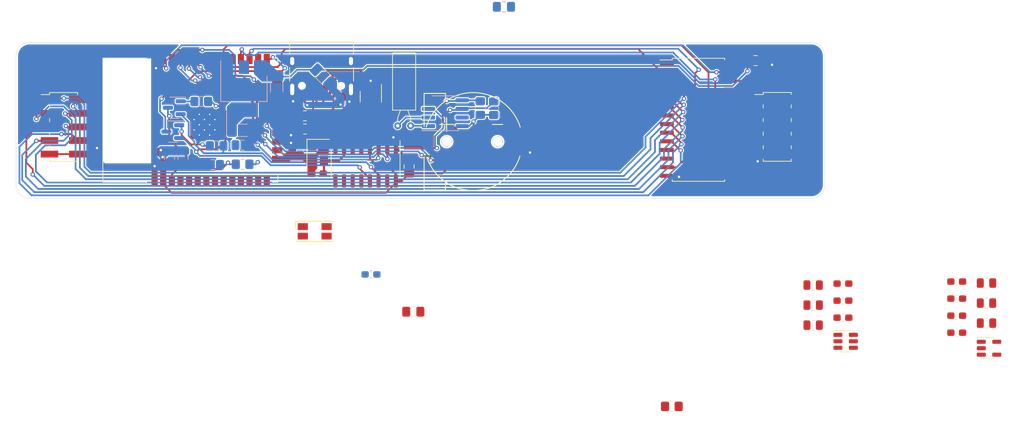
<source format=kicad_pcb>
(kicad_pcb (version 20221018) (generator pcbnew)
  (layers (0 "F.Cu" signal) (31 "B.Cu" signal) (34 "B.Paste" user) (35 "F.Paste" user) (36 "B.SilkS" user "B.Silkscreen") (37 "F.SilkS" user "F.Silkscreen") (38 "B.Mask" user) (39 "F.Mask" user) (44 "Edge.Cuts" user))
  (net 0 "")
  (net 1 "+3V3")
  (net 2 "GND")
  (net 3 "Net-(U2-XI)")
  (net 4 "Net-(U2-XO)")
  (net 5 "/EN")
  (net 6 "+5V")
  (net 7 "VBUS")
  (net 8 "/A")
  (net 9 "/B")
  (net 10 "/C")
  (net 11 "/D")
  (net 12 "/E")
  (net 13 "/F")
  (net 14 "/G")
  (net 15 "/Dot")
  (net 16 "/Seg_1")
  (net 17 "/Seg_2")
  (net 18 "/Seg_3")
  (net 19 "/Seg_4")
  (net 20 "/Seg_5")
  (net 21 "/Seg_6")
  (net 23 "Net-(J3-SBU1)")
  (net 25 "Net-(J3-SBU2)")
  (net 26 "Net-(Q1-G)")
  (net 27 "/RTS")
  (net 28 "Net-(Q2-G)")
  (net 29 "/DTR")
  (net 30 "/GPIO_0")
  (net 31 "/GPIO_3_RX")
  (net 32 "/GPIO_1_TX")
  (net 46 "/VSPI_CS")
  (net 47 "/VSPI_CLK")
  (net 48 "/VSPI_MISO")
  (net 50 "/VSPI_MOSI")
  (net 58 "/BLANK")
  (net 59 "/LOAD")
  (net 64 "/USB_+")
  (net 65 "/USB_-")
  (net 66 "/usb_-")
  (net 67 "/usb_+")
  (net 69 "/I2C_SCL")
  (net 70 "/I2C_SDA")
  (net 71 "Net-(U6-X1)")
  (net 72 "Net-(U6-X2)")
  (net 73 "+3V0")
  (net 75 "/LED_R")
  (net 76 "/LED_G")
  (net 77 "/LED_B")
  (net 78 "/V_SEGMENT")
  (net 79 "/V_FILLAMENT")
  (net 80 "Net-(U7-FB)")
  (net 81 "Net-(U8-FB)")
  (net 82 "/DAC_1")
  (net 83 "/DAC_2")
  (net 84 "/EN_2")
  (net 85 "/EN_1")
  (net 86 "Net-(D2-A)")
  (net 88 "Net-(U8-SW)")
  (net 89 "Net-(D1-A)")
  (footprint "Resistor_SMD:R_0805_2012Metric" (layer "F.Cu") (at 204.5215 119.577)
    (fp_text reference "R12" hide)
    (fp_text value "R")
  )
  (footprint "Resistor_SMD:R_0805_2012Metric" (layer "F.Cu") (at 230.0243 116.3284)
    (fp_text reference "R14" hide)
    (fp_text value "R")
  )
  (footprint "Crystal:Crystal_C38-LF_D3.0mm_L8.0mm_Horizontal" (layer "F.Cu") (at 145.2982 93.1594 180)
    (fp_text reference "Y2" hide)
    (fp_text value "Crystal")
  )
  (footprint "Package_TO_SOT_SMD:SOT-23-6" (layer "F.Cu") (at 139.446 88.8701 -90)
    (fp_text reference "U1" hide)
    (fp_text value "USBLC6-2SC6")
  )
  (footprint "Connector_PinHeader_2.00mm:PinHeader_2x05_P2.00mm_Vertical_SMD" (layer "F.Cu") (at 199.2376 93.3196)
    (fp_text reference "J2" hide)
    (fp_text value "Conn_02x05_Top_Bottom")
  )
  (footprint "Capacitor_SMD:C_0603_1608Metric_Pad1.08x0.95mm_HandSolder" (layer "F.Cu") (at 225.6443 121.1284)
    (fp_text reference "C18" hide)
    (fp_text value "22uf")
  )
  (footprint "Resistor_SMD:R_0805_2012Metric" (layer "F.Cu") (at 204.5215 116.627)
    (fp_text reference "R11" hide)
    (fp_text value "R")
  )
  (footprint "Connector_USB:USB_C_Receptacle_HRO_TYPE-C-31-M-12" (layer "F.Cu") (at 132.207 84.6791 180)
    (fp_text reference "J3" hide)
    (fp_text value "USB_C_Receptacle_USB2.0")
  )
  (footprint "Capacitor_SMD:C_0805_2012Metric_Pad1.18x1.45mm_HandSolder" (layer "F.Cu") (at 145.6983 120.5484)
    (fp_text reference "C4" hide)
    (fp_text value "10uf")
  )
  (footprint "Capacitor_SMD:C_0603_1608Metric_Pad1.08x0.95mm_HandSolder" (layer "F.Cu") (at 225.6443 123.6384)
    (fp_text reference "C20" hide)
    (fp_text value "1nf")
  )
  (footprint "C70381:BAT-SMD_CR1220-2" (layer "F.Cu") (at 154.5082 95.504)
    (fp_text reference "BT1" hide)
    (fp_text value "Battery_Cell")
  )
  (footprint "Package_TO_SOT_SMD:SOT-23-6" (layer "F.Cu") (at 209.3015 124.907)
    (fp_text reference "U7" hide)
    (fp_text value "MT3608")
  )
  (footprint "Capacitor_SMD:C_0603_1608Metric_Pad1.08x0.95mm_HandSolder" (layer "F.Cu") (at 225.6443 116.1084)
    (fp_text reference "C16" hide)
    (fp_text value "22uf")
  )
  (footprint "Connector_PinHeader_2.00mm:PinHeader_2x05_P2.00mm_Vertical_SMD" (layer "F.Cu") (at 94.2572 93.3318)
    (fp_text reference "J1" hide)
    (fp_text value "Conn_02x05_Top_Bottom")
  )
  (footprint "Resistor_SMD:R_0805_2012Metric_Pad1.20x1.40mm_HandSolder" (layer "F.Cu") (at 129.7686 93.6498)
    (fp_text reference "R1" hide)
    (fp_text value "5k1")
  )
  (footprint "Package_TO_SOT_SMD:SOT-23-5" (layer "F.Cu") (at 230.3943 125.9284)
    (fp_text reference "U8" hide)
    (fp_text value "TLV62568DBV")
  )
  (footprint "Package_SO:SOIC-16_3.9x9.9mm_P1.27mm" (layer "F.Cu") (at 138.684 98.806 -90)
    (fp_text reference "U2" hide)
    (fp_text value "CH340G")
  )
  (footprint "Package_SO:SOIC-28W_7.5x17.9mm_P1.27mm" (layer "F.Cu") (at 187.6534 92.2782)
    (fp_text reference "U5" hide)
    (fp_text value "MAX6921")
  )
  (footprint "Capacitor_SMD:C_0603_1608Metric_Pad1.08x0.95mm_HandSolder" (layer "F.Cu") (at 225.6443 118.6184)
    (fp_text reference "C17" hide)
    (fp_text value "22uf")
  )
  (footprint "Capacitor_SMD:C_0805_2012Metric_Pad1.18x1.45mm_HandSolder" (layer "F.Cu") (at 145.0848 99.1616 90)
    (fp_text reference "C1" hide)
    (fp_text value "0.1uf")
  )
  (footprint "Resistor_SMD:R_0805_2012Metric" (layer "F.Cu") (at 230.0243 119.2784)
    (fp_text reference "R15" hide)
    (fp_text value "R")
  )
  (footprint "Resistor_SMD:R_0805_2012Metric" (layer "F.Cu") (at 204.5215 122.527)
    (fp_text reference "R13" hide)
    (fp_text value "R")
  )
  (footprint "Resistor_SMD:R_0805_2012Metric" (layer "F.Cu") (at 230.0243 122.2284)
    (fp_text reference "R16" hide)
    (fp_text value "R")
  )
  (footprint "Capacitor_SMD:C_0805_2012Metric_Pad1.18x1.45mm_HandSolder" (layer "F.Cu") (at 196.0411 83.566)
    (fp_text reference "C13" hide)
    (fp_text value "0.1uf")
  )
  (footprint "Capacitor_SMD:C_0603_1608Metric_Pad1.08x0.95mm_HandSolder" (layer "F.Cu") (at 208.9015 121.427)
    (fp_text reference "C19" hide)
    (fp_text value "1nf")
  )
  (footprint "Capacitor_SMD:C_0603_1608Metric_Pad1.08x0.95mm_HandSolder" (layer "F.Cu") (at 208.9015 116.407)
    (fp_text reference "C14" hide)
    (fp_text value "22uf")
  )
  (footprint "Crystal:Crystal_SMD_3225-4Pin_3.2x2.5mm" (layer "F.Cu") (at 131.699 97.155 -90)
    (fp_text reference "Y1" hide)
    (fp_text value "12mhz")
  )
  (footprint "RF_Module:ESP32-WROOM-32" (layer "F.Cu") (at 115.885 92.3281 90)
    (fp_text reference "U3" hide)
    (fp_text value "ESP32-WROOM-32")
  )
  (footprint "LED_SMD:LED_RGB_1210" (layer "F.Cu") (at 131.1902 108.712)
    (fp_text reference "D1" hide)
    (fp_text value "LED_RGBA")
  )
  (footprint "Capacitor_SMD:C_0603_1608Metric_Pad1.08x0.95mm_HandSolder" (layer "F.Cu") (at 129.032 96.774 -90)
    (fp_text reference "C3" hide)
    (fp_text value "32pf")
  )
  (footprint "Resistor_SMD:R_0805_2012Metric_Pad1.20x1.40mm_HandSolder" (layer "F.Cu") (at 183.7342 134.493)
    (fp_text reference "R8" hide)
    (fp_text value "220")
  )
  (footprint "Capacitor_SMD:C_0603_1608Metric_Pad1.08x0.95mm_HandSolder" (layer "F.Cu") (at 208.9015 118.917)
    (fp_text reference "C15" hide)
    (fp_text value "22uf")
  )
  (footprint "Capacitor_SMD:C_0603_1608Metric_Pad1.08x0.95mm_HandSolder" (layer "F.Cu") (at 131.572 100.203)
    (fp_text reference "C2" hide)
    (fp_text value "32pf")
  )
  (footprint "Resistor_SMD:R_0805_2012Metric_Pad1.20x1.40mm_HandSolder" (layer "F.Cu") (at 129.7432 91.694)
    (fp_text reference "R2" hide)
    (fp_text value "5k1")
  )
  (footprint "Package_TO_SOT_SMD:SOT-23" (layer "B.Cu") (at 110.5408 90.5002 180)
    (fp_text reference "Q1" hide)
    (fp_text value "SI2308DS")
  )
  (footprint "Package_SO:SOIC-8_3.9x4.9mm_P1.27mm" (layer "B.Cu") (at 150.4046 91.313)
    (fp_text reference "U6" hide)
    (fp_text value "DS1307Z+")
  )
  (footprint "Capacitor_SMD:C_1206_3216Metric_Pad1.33x1.80mm_HandSolder" (layer "B.Cu") (at 125.603 87.4776 -90)
    (fp_text reference "C10" hide)
    (fp_text value "22uf")
  )
  (footprint "Capacitor_SMD:C_0805_2012Metric_Pad1.18x1.45mm_HandSolder" (layer "B.Cu") (at 159.0294 75.6412 180)
    (fp_text reference "C11" hide)
    (fp_text value "0.1uf")
  )
  (footprint "Resistor_SMD:R_0805_2012Metric_Pad1.20x1.40mm_HandSolder" (layer "B.Cu") (at 157.5308 90.5764 -90)
    (fp_text reference "R6" hide)
    (fp_text value "4k7")
  )
  (footprint "Package_TO_SOT_SMD:SOT-23" (layer "B.Cu") (at 110.3145 94.0206 180)
    (fp_text reference "Q2" hide)
    (fp_text value "SI2308DS")
  )
  (footprint "Resistor_SMD:R_0805_2012Metric_Pad1.20x1.40mm_HandSolder" (layer "B.Cu") (at 114.5032 89.5858 180)
    (fp_text reference "R3" hide)
    (fp_text value "220")
  )
  (footprint "Resistor_SMD:R_0805_2012Metric_Pad1.20x1.40mm_HandSolder" (layer "B.Cu") (at 116.7638 96.1136 180)
    (fp_text reference "R4" hide)
    (fp_text value "220")
  )
  (footprint "Package_TO_SOT_SMD:SOT-223-3_TabPin2" (layer "B.Cu") (at 120.777 87.6808 -90)
    (fp_text reference "U4" hide)
    (fp_text value "AP1117-33")
  )
  (footprint "Capacitor_SMD:C_0603_1608Metric_Pad1.08x0.95mm_HandSolder" (layer "B.Cu") (at 139.4725 115.062 180)
    (fp_text reference "C5" hide)
    (fp_text value "0.1uf")
  )
  (footprint "Capacitor_SMD:C_0805_2012Metric_Pad1.18x1.45mm_HandSolder" (layer "B.Cu") (at 116.205 98.9076)
    (fp_text reference "C6" hide)
    (fp_text value "1uf")
  )
  (footprint "Capacitor_SMD:C_0805_2012Metric_Pad1.18x1.45mm_HandSolder" (layer "B.Cu") (at 109.8296 97.8662 -90)
    (fp_text reference "C8" hide)
    (fp_text value "10uf")
  )
  (footprint "Capacitor_SMD:C_0805_2012Metric_Pad1.18x1.45mm_HandSolder" (layer "B.Cu") (at 111.8362 97.8408 -90)
    (fp_text reference "C9" hide)
    (fp_text value "10uf")
  )
  (footprint "Resistor_SMD:R_0805_2012Metric_Pad1.20x1.40mm_HandSolder" (layer "B.Cu") (at 120.5832 98.8314)
    (fp_text reference "R5" hide)
    (fp_text value "10k")
  )
  (footprint "Capacitor_SMD:C_0805_2012Metric_Pad1.18x1.45mm_HandSolder" (layer "B.Cu") (at 120.5738 96.012)
    (fp_text reference "C7" hide)
    (fp_text value "0.1uf")
  )
  (footprint "Resistor_SMD:R_0805_2012Metric_Pad1.20x1.40mm_HandSolder" (layer "B.Cu") (at 155.5496 90.551 -90)
    (fp_text reference "R7" hide)
    (fp_text value "4k7")
  )
  (footprint "Capacitor_SMD:C_1206_3216Metric_Pad1.33x1.80mm_HandSolder" (layer "B.Cu") (at 120.5992 93.8276)
    (fp_text reference "C12" hide)
    (fp_text value "22uf")
  )
  (footprint "Fuse:Fuse_1206_3216Metric" (layer "B.Cu") (at 132.4356 85.9028 135)
    (fp_text reference "F1" hide)
    (fp_text value "1A")
  )
  (gr_line (start 89.249 80.8863) (end 204.248 80.8863) (stroke (width 0.05)) (layer "Edge.Cuts"))
  (gr_line (start 204.248 103.8352) (end 89.249 103.8352) (stroke (width 0.05)) (layer "Edge.Cuts"))
  (gr_arc (start 204.248 80.8863) (mid 205.662214 81.472086) (end 206.248 82.8863) (stroke (width 0.05)) (layer "Edge.Cuts"))
  (gr_arc (start 89.249 103.8352) (mid 87.834786 103.249414) (end 87.249 101.8352) (stroke (width 0.05)) (layer "Edge.Cuts"))
  (gr_line (start 206.248 82.8863) (end 206.248 101.8352) (stroke (width 0.05)) (layer "Edge.Cuts"))
  (gr_arc (start 206.248 101.8352) (mid 205.662214 103.249414) (end 204.248 103.8352) (stroke (width 0.05)) (layer "Edge.Cuts"))
  (gr_line (start 87.249 101.8352) (end 87.249 82.8863) (stroke (width 0.05)) (layer "Edge.Cuts"))
  (gr_arc (start 87.249 82.8863) (mid 87.834786 81.472086) (end 89.249 80.8863) (stroke (width 0.05)) (layer "Edge.Cuts"))
  (segment (start 141.654099 103.0478) (end 110.1647 103.0478) (width 0.25) (layer "F.Cu") (net 1))
  (segment (start 143.129 101.281) (end 144.0029 101.281) (width 0.25) (layer "F.Cu") (net 1))
  (segment (start 108.905 101.7881) (end 108.905 101.3281) (width 0.25) (layer "F.Cu") (net 1))
  (segment (start 142.113 99.2886) (end 140.6144 99.2886) (width 0.25) (layer "F.Cu") (net 1))
  (segment (start 144.0029 101.281) (end 145.0848 100.1991) (width 0.25) (layer "F.Cu") (net 1))
  (segment (start 154.559 95.6056) (end 154.559 92.5322) (width 0.25) (layer "F.Cu") (net 1))
  (segment (start 140.6144 99.2886) (end 139.319 97.9932) (width 0.25) (layer "F.Cu") (net 1))
  (segment (start 145.0848 100.1991) (end 149.9655 100.1991) (width 0.25) (layer "F.Cu") (net 1))
  (segment (start 143.129 101.281) (end 143.129 101.572899) (width 0.25) (layer "F.Cu") (net 1))
  (segment (start 143.129 100.3046) (end 142.113 99.2886) (width 0.25) (layer "F.Cu") (net 1))
  (segment (start 143.129 101.281) (end 143.129 100.3046) (width 0.25) (layer "F.Cu") (net 1))
  (segment (start 110.1647 103.0478) (end 108.905 101.7881) (width 0.25) (layer "F.Cu") (net 1))
  (segment (start 149.9655 100.1991) (end 154.559 95.6056) (width 0.25) (layer "F.Cu") (net 1))
  (segment (start 139.319 97.9932) (end 139.319 96.331) (width 0.25) (layer "F.Cu") (net 1))
  (segment (start 143.129 101.572899) (end 141.654099 103.0478) (width 0.25) (layer "F.Cu") (net 1))
  (via (at 108.8136 97.7646) (size 0.65) (drill 0.35) (layers "F.Cu" "B.Cu") (net 1))
  (via (at 122.809 98.5266) (size 0.65) (drill 0.35) (layers "F.Cu" "B.Cu") (net 1))
  (via (at 154.559 92.5322) (size 0.65) (drill 0.35) (layers "F.Cu" "B.Cu") (net 1))
  (via (at 108.5596 96.7486) (size 0.65) (drill 0.35) (layers "F.Cu" "B.Cu") (net 1))
  (segment (start 155.5496 91.551) (end 157.5054 91.551) (width 0.25) (layer "B.Cu") (net 1))
  (segment (start 154.2081 92.8925) (end 155.5496 91.551) (width 0.25) (layer "B.Cu") (net 1))
  (segment (start 152.8796 93.218) (end 153.8826 93.218) (width 0.25) (layer "B.Cu") (net 1))
  (segment (start 122.5042 98.8314) (end 122.809 98.5266) (width 0.25) (layer "B.Cu") (net 1))
  (segment (start 119.0752 93.8661) (end 119.0367 93.8276) (width 0.25) (layer "B.Cu") (net 1))
  (segment (start 121.5832 98.8314) (end 122.5042 98.8314) (width 0.25) (layer "B.Cu") (net 1))
  (segment (start 157.5054 91.551) (end 157.5308 91.5764) (width 0.25) (layer "B.Cu") (net 1))
  (segment (start 153.8826 93.218) (end 154.2081 92.8925) (width 0.25) (layer "B.Cu") (net 1))
  (segment (start 197.866 83.566) (end 198.4756 84.1756) (width 0.25) (layer "F.Cu") (net 2))
  (segment (start 92.1722 97.3318) (end 96.3422 97.3318) (width 0.25) (layer "F.Cu") (net 2))
  (segment (start 130.849 100.0635) (end 130.7095 100.203) (width 0.25) (layer "F.Cu") (net 2))
  (segment (start 128.957 88.7241) (end 128.8478 88.7241) (width 0.25) (layer "F.Cu") (net 2))
  (segment (start 130.849 98.255) (end 130.849 97.755) (width 0.25) (layer "F.Cu") (net 2))
  (segment (start 197.0786 83.566) (end 197.866 83.566) (width 0.25) (layer "F.Cu") (net 2))
  (segment (start 197.1526 97.3196) (end 197.1526 97.6144) (width 0.25) (layer "F.Cu") (net 2))
  (segment (start 184.6326 100.5332) (end 184.785 100.6856) (width 0.25) (layer "F.Cu") (net 2))
  (segment (start 98.2736 97.3318) (end 99.1616 96.4438) (width 0.25) (layer "F.Cu") (net 2))
  (segment (start 129.032 97.6365) (end 128.9039 97.6365) (width 0.25) (layer "F.Cu") (net 2))
  (segment (start 128.8478 88.7241) (end 128.016 89.5559) (width 0.25) (layer "F.Cu") (net 2))
  (segment (start 96.3422 97.3318) (end 98.2736 97.3318) (width 0.25) (layer "F.Cu") (net 2))
  (segment (start 162.5082 96.7476) (end 162.8648 97.1042) (width 0.25) (layer "F.Cu") (net 2))
  (segment (start 162.5082 95.504) (end 162.5082 96.7476) (width 0.25) (layer "F.Cu") (net 2))
  (segment (start 201.3226 97.3196) (end 197.1526 97.3196) (width 0.25) (layer "F.Cu") (net 2))
  (segment (start 139.446 86.5587) (end 139.4206 86.5333) (width 0.25) (layer "F.Cu") (net 2))
  (segment (start 107.635 83.3281) (end 107.635 84.4702) (width 0.25) (layer "F.Cu") (net 2))
  (segment (start 139.446 87.7326) (end 139.446 86.5587) (width 0.25) (layer "F.Cu") (net 2))
  (segment (start 143.129 96.331) (end 143.129 95.2246) (width 0.25) (layer "F.Cu") (net 2))
  (segment (start 143.129 95.2246) (end 142.7734 94.869) (width 0.25) (layer "F.Cu") (net 2))
  (segment (start 145.0848 98.1241) (end 144.9221 98.1241) (width 0.25) (layer "F.Cu") (net 2))
  (segment (start 135.457 88.7673) (end 136.2964 89.6067) (width 0.25) (layer "F.Cu") (net 2))
  (segment (start 183.0034 100.5332) (end 184.6326 100.5332) (width 0.25) (layer "F.Cu") (net 2))
  (segment (start 144.9221 98.1241) (end 143.129 96.331) (width 0.25) (layer "F.Cu") (net 2))
  (segment (start 107.635 84.4702) (end 107.8484 84.6836) (width 0.25) (layer "F.Cu") (net 2))
  (segment (start 135.457 88.7241) (end 135.457 88.7673) (width 0.25) (layer "F.Cu") (net 2))
  (segment (start 197.1526 97.6144) (end 196.3674 98.3996) (width 0.25) (layer "F.Cu") (net 2))
  (via (at 107.8484 84.6836) (size 0.65) (drill 0.35) (layers "F.Cu" "B.Cu") (net 2))
  (via (at 184.785 100.6856) (size 0.65) (drill 0.35) (layers "F.Cu" "B.Cu") (net 2))
  (via (at 139.4206 86.5333) (size 0.65) (drill 0.35) (layers "F.Cu" "B.Cu") (net 2))
  (via (at 127.7112 94.5388) (size 0.65) (drill 0.35) (layers "F.Cu" "B.Cu") (net 2))
  (via (at 198.4756 84.1756) (size 0.65) (drill 0.35) (layers "F.Cu" "B.Cu") (net 2))
  (via (at 162.8648 97.1042) (size 0.65) (drill 0.35) (layers "F.Cu" "B.Cu") (net 2))
  (via (at 128.016 89.5559) (size 0.65) (drill 0.35) (layers "F.Cu" "B.Cu") (net 2))
  (via (at 136.2964 89.6067) (size 0.65) (drill 0.35) (layers "F.Cu" "B.Cu") (net 2))
  (via (at 99.1616 96.4438) (size 0.65) (drill 0.35) (layers "F.Cu" "B.Cu") (net 2))
  (via (at 107.6452 99.1108) (size 0.65) (drill 0.35) (layers "F.Cu" "B.Cu") (net 2))
  (via (at 142.7734 94.869) (size 0.65) (drill 0.35) (layers "F.Cu" "B.Cu") (net 2))
  (via (at 196.3674 98.3996) (size 0.65) (drill 0.35) (layers "F.Cu" "B.Cu") (net 2))
  (via (at 127.7112 95.6818) (size 0.65) (drill 0.35) (layers "F.Cu" "B.Cu") (net 2))
  (segment (start 122.2502 94.1963) (end 122.6189 93.8276) (width 0.25) (layer "B.Cu") (net 2))
  (segment (start 134.79 98.255) (end 135.509 97.536) (width 0.3) (layer "F.Cu") (net 3))
  (segment (start 132.549 100.0885) (end 132.4345 100.203) (width 0.3) (layer "F.Cu") (net 3))
  (segment (start 132.549 98.255) (end 132.549 100.0885) (width 0.3) (layer "F.Cu") (net 3))
  (segment (start 132.549 98.255) (end 134.79 98.255) (width 0.3) (layer "F.Cu") (net 3))
  (segment (start 135.509 97.536) (end 135.509 96.331) (width 0.3) (layer "F.Cu") (net 3))
  (segment (start 130.849 95.465) (end 131.445 94.869) (width 0.3) (layer "F.Cu") (net 4))
  (segment (start 130.849 96.055) (end 129.1755 96.055) (width 0.3) (layer "F.Cu") (net 4))
  (segment (start 129.1755 96.055) (end 129.032 95.9115) (width 0.3) (layer "F.Cu") (net 4))
  (segment (start 130.605777 95.522142) (end 130.523902 95.522142) (width 0.3) (layer "F.Cu") (net 4))
  (segment (start 131.445 94.869) (end 133.731 94.869) (width 0.3) (layer "F.Cu") (net 4))
  (segment (start 134.239 95.377) (end 134.239 96.331) (width 0.3) (layer "F.Cu") (net 4))
  (segment (start 130.849 96.055) (end 130.849 95.465) (width 0.3) (layer "F.Cu") (net 4))
  (segment (start 133.731 94.869) (end 134.239 95.377) (width 0.3) (layer "F.Cu") (net 4))
  (segment (start 117.475 99.568) (end 110.9726 99.568) (width 0.25) (layer "F.Cu") (net 5))
  (segment (start 109.793657 95.137857) (end 109.793657 91.736277) (width 0.25) (layer "F.Cu") (net 5))
  (segment (start 118.4402 98.6028) (end 117.475 99.568) (width 0.25) (layer "F.Cu") (net 5))
  (segment (start 117.475 99.568) (end 114.2238 99.568) (width 0.25) (layer "F.Cu") (net 5))
  (segment (start 110.175 100.3656) (end 110.175 101.3281) (width 0.25) (layer "F.Cu") (net 5))
  (segment (start 114.2238 99.568) (end 109.793657 95.137857) (width 0.25) (layer "F.Cu") (net 5))
  (segment (start 110.9726 99.568) (end 110.175 100.3656) (width 0.25) (layer "F.Cu") (net 5))
  (via (at 109.793657 91.736277) (size 0.65) (drill 0.35) (layers "F.Cu" "B.Cu") (net 5))
  (via (at 118.4402 98.6028) (size 0.65) (drill 0.35) (layers "F.Cu" "B.Cu") (net 5))
  (segment (start 118.1354 98.9076) (end 117.2425 98.9076) (width 0.25) (layer "B.Cu") (net 5))
  (segment (start 118.4402 98.6028) (end 118.6688 98.8314) (width 0.25) (layer "B.Cu") (net 5))
  (segment (start 109.6033 91.54592) (end 109.6033 90.5002) (width 0.25) (layer "B.Cu") (net 5))
  (segment (start 109.793657 91.736277) (end 109.6033 91.54592) (width 0.25) (layer "B.Cu") (net 5))
  (segment (start 118.4402 98.6028) (end 118.1354 98.9076) (width 0.25) (layer "B.Cu") (net 5))
  (segment (start 118.6688 98.8314) (end 119.5832 98.8314) (width 0.25) (layer "B.Cu") (net 5))
  (segment (start 194.8434 85.1154) (end 194.8434 83.7262) (width 0.25) (layer "F.Cu") (net 6))
  (segment (start 192.3034 84.0232) (end 194.5464 84.0232) (width 0.25) (layer "F.Cu") (net 6))
  (segment (start 194.5464 84.0232) (end 195.0036 83.566) (width 0.25) (layer "F.Cu") (net 6))
  (segment (start 194.8434 83.7262) (end 195.0036 83.566) (width 0.25) (layer "F.Cu") (net 6))
  (via (at 194.8434 85.1154) (size 0.65) (drill 0.35) (layers "F.Cu" "B.Cu") (net 6))
  (segment (start 138.902302 84.3534) (end 184.7342 84.3534) (width 0.25) (layer "B.Cu") (net 6))
  (segment (start 187.6806 87.2998) (end 192.659 87.2998) (width 0.25) (layer "B.Cu") (net 6))
  (segment (start 128.599549 84.912851) (end 127.5973 85.9151) (width 0.25) (layer "B.Cu") (net 6))
  (segment (start 127.5973 85.9151) (end 125.603 85.9151) (width 0.25) (layer "B.Cu") (net 6))
  (segment (start 184.7342 84.3534) (end 187.6806 87.2998) (width 0.25) (layer "B.Cu") (net 6))
  (segment (start 192.659 87.2998) (end 194.8434 85.1154) (width 0.25) (layer "B.Cu") (net 6))
  (segment (start 131.445651 84.912851) (end 128.599549 84.912851) (width 0.25) (layer "B.Cu") (net 6))
  (segment (start 138.342851 84.912851) (end 138.902302 84.3534) (width 0.25) (layer "B.Cu") (net 6))
  (segment (start 131.445651 84.912851) (end 138.342851 84.912851) (width 0.25) (layer "B.Cu") (net 6))
  (segment (start 137.9519 88.9209) (end 139.1158 88.9209) (width 0.25) (layer "F.Cu") (net 7))
  (segment (start 129.757 89.7774) (end 130.0988 90.1192) (width 0.25) (layer "F.Cu") (net 7))
  (segment (start 136.398 90.4748) (end 137.9519 88.9209) (width 0.25) (layer "F.Cu") (net 7))
  (segment (start 135.001 90.043) (end 135.4328 90.4748) (width 0.25) (layer "F.Cu") (net 7))
  (segment (start 129.757 88.7241) (end 129.757 89.7774) (width 0.25) (layer "F.Cu") (net 7))
  (segment (start 135.001 90.043) (end 134.657 89.699) (width 0.25) (layer "F.Cu") (net 7))
  (segment (start 139.446 89.2511) (end 139.446 90.0076) (width 0.25) (layer "F.Cu") (net 7))
  (segment (start 134.657 89.699) (end 134.657 88.7241) (width 0.25) (layer "F.Cu") (net 7))
  (segment (start 135.4328 90.4748) (end 136.398 90.4748) (width 0.25) (layer "F.Cu") (net 7))
  (segment (start 139.1158 88.9209) (end 139.446 89.2511) (width 0.25) (layer "F.Cu") (net 7))
  (via (at 135.001 90.043) (size 0.65) (drill 0.35) (layers "F.Cu" "B.Cu") (net 7))
  (via (at 130.0988 90.1192) (size 0.65) (drill 0.35) (layers "F.Cu" "B.Cu") (net 7))
  (segment (start 135.001 90.043) (end 134.9248 90.1192) (width 0.25) (layer "B.Cu") (net 7))
  (segment (start 94.2848 89.1286) (end 92.3754 89.1286) (width 0.25) (layer "F.Cu") (net 8))
  (segment (start 183.345299 86.5632) (end 183.0034 86.5632) (width 0.25) (layer "F.Cu") (net 8))
  (segment (start 185.510689 88.72859) (end 183.345299 86.5632) (width 0.25) (layer "F.Cu") (net 8))
  (segment (start 92.3754 89.1286) (end 92.1722 89.3318) (width 0.25) (layer "F.Cu") (net 8))
  (segment (start 185.510689 89.164911) (end 185.510689 88.72859) (width 0.25) (layer "F.Cu") (net 8))
  (via (at 185.510689 89.164911) (size 0.65) (drill 0.35) (layers "F.Cu" "B.Cu") (net 8))
  (via (at 94.2848 89.1286) (size 0.65) (drill 0.35) (layers "F.Cu" "B.Cu") (net 8))
  (segment (start 179.8574 96.3676) (end 176.149 100.076) (width 0.25) (layer "B.Cu") (net 8))
  (segment (start 185.459889 89.164911) (end 179.8574 94.7674) (width 0.25) (layer "B.Cu") (net 8))
  (segment (start 96.393 89.1286) (end 94.2848 89.1286) (width 0.25) (layer "B.Cu") (net 8))
  (segment (start 176.149 100.076) (end 98.1964 100.076) (width 0.25) (layer "B.Cu") (net 8))
  (segment (start 179.8574 94.7674) (end 179.8574 96.3676) (width 0.25) (layer "B.Cu") (net 8))
  (segment (start 98.1964 100.076) (end 97.3074 99.187) (width 0.25) (layer "B.Cu") (net 8))
  (segment (start 97.3074 99.187) (end 97.3074 90.043) (width 0.25) (layer "B.Cu") (net 8))
  (segment (start 97.3074 90.043) (end 96.393 89.1286) (width 0.25) (layer "B.Cu") (net 8))
  (segment (start 185.510689 89.164911) (end 185.459889 89.164911) (width 0.25) (layer "B.Cu") (net 8))
  (segment (start 184.658 88.9) (end 183.5912 87.8332) (width 0.25) (layer "F.Cu") (net 9))
  (segment (start 95.6564 90.297) (end 95.6564 90.0176) (width 0.25) (layer "F.Cu") (net 9))
  (segment (start 95.6564 90.0176) (end 96.3422 89.3318) (width 0.25) (layer "F.Cu") (net 9))
  (segment (start 183.5912 87.8332) (end 183.0034 87.8332) (width 0.25) (layer "F.Cu") (net 9))
  (segment (start 185.4962 90.0684) (end 185.2676 90.0684) (width 0.25) (layer "F.Cu") (net 9))
  (segment (start 185.2676 90.0684) (end 184.658 89.4588) (width 0.25) (layer "F.Cu") (net 9))
  (segment (start 184.658 89.4588) (end 184.658 88.9) (width 0.25) (layer "F.Cu") (net 9))
  (via (at 95.6564 90.297) (size 0.65) (drill 0.35) (layers "F.Cu" "B.Cu") (net 9))
  (via (at 185.4962 90.0684) (size 0.65) (drill 0.35) (layers "F.Cu" "B.Cu") (net 9))
  (segment (start 96.647 99.3394) (end 96.647 91.2876) (width 0.25) (layer "B.Cu") (net 9))
  (segment (start 180.594 96.6216) (end 176.657 100.5586) (width 0.25) (layer "B.Cu") (net 9))
  (segment (start 185.4962 90.0684) (end 180.594 94.9706) (width 0.25) (layer "B.Cu") (net 9))
  (segment (start 97.8662 100.5586) (end 96.647 99.3394) (width 0.25) (layer "B.Cu") (net 9))
  (segment (start 180.594 94.9706) (end 180.594 96.6216) (width 0.25) (layer "B.Cu") (net 9))
  (segment (start 96.647 91.2876) (end 95.6564 90.297) (width 0.25) (layer "B.Cu") (net 9))
  (segment (start 176.657 100.5586) (end 97.8662 100.5586) (width 0.25) (layer "B.Cu") (net 9))
  (segment (start 183.3626 89.1032) (end 183.0034 89.1032) (width 0.25) (layer "F.Cu") (net 10))
  (segment (start 90.2462 92.1512) (end 90.2462 91.6808) (width 0.25) (layer "F.Cu") (net 10))
  (segment (start 185.3946 91.1352) (end 183.3626 89.1032) (width 0.25) (layer "F.Cu") (net 10))
  (segment (start 90.2462 91.6808) (end 90.5952 91.3318) (width 0.25) (layer "F.Cu") (net 10))
  (segment (start 90.5952 91.3318) (end 92.1722 91.3318) (width 0.25) (layer "F.Cu") (net 10))
  (via (at 185.3946 91.1352) (size 0.65) (drill 0.35) (layers "F.Cu" "B.Cu") (net 10))
  (via (at 90.2462 92.1512) (size 0.65) (drill 0.35) (layers "F.Cu" "B.Cu") (net 10))
  (segment (start 97.536 101.0412) (end 96.012 99.5172) (width 0.25) (layer "B.Cu") (net 10))
  (segment (start 181.2544 95.2754) (end 181.2544 97.028) (width 0.25) (layer "B.Cu") (net 10))
  (segment (start 177.2412 101.0412) (end 97.536 101.0412) (width 0.25) (layer "B.Cu") (net 10))
  (segment (start 96.012 92.053413) (end 94.255587 90.297) (width 0.25) (layer "B.Cu") (net 10))
  (segment (start 185.3946 91.1352) (end 181.2544 95.2754) (width 0.25) (layer "B.Cu") (net 10))
  (segment (start 94.255587 90.297) (end 92.1004 90.297) (width 0.25) (layer "B.Cu") (net 10))
  (segment (start 96.012 99.5172) (end 96.012 92.053413) (width 0.25) (layer "B.Cu") (net 10))
  (segment (start 92.1004 90.297) (end 90.2462 92.1512) (width 0.25) (layer "B.Cu") (net 10))
  (segment (start 181.2544 97.028) (end 177.2412 101.0412) (width 0.25) (layer "B.Cu") (net 10))
  (segment (start 94.488 91.3638) (end 96.3102 91.3638) (width 0.25) (layer "F.Cu") (net 11))
  (segment (start 96.3102 91.3638) (end 96.3422 91.3318) (width 0.25) (layer "F.Cu") (net 11))
  (segment (start 183.345299 90.3732) (end 183.0034 90.3732) (width 0.25) (layer "F.Cu") (net 11))
  (segment (start 185.271649 92.299551) (end 183.345299 90.3732) (width 0.25) (layer "F.Cu") (net 11))
  (via (at 94.488 91.3638) (size 0.65) (drill 0.35) (layers "F.Cu" "B.Cu") (net 11))
  (via (at 185.271649 92.299551) (size 0.65) (drill 0.35) (layers "F.Cu" "B.Cu") (net 11))
  (segment (start 177.6984 101.5238) (end 91.821 101.5238) (width 0.25) (layer "B.Cu") (net 11))
  (segment (start 90.17 97.4344) (end 91.567 96.0374) (width 0.25) (layer "B.Cu") (net 11))
  (segment (start 91.567 96.0374) (end 94.4626 96.0374) (width 0.25) (layer "B.Cu") (net 11))
  (segment (start 90.17 99.8728) (end 90.17 97.4344) (width 0.25) (layer "B.Cu") (net 11))
  (segment (start 95.4532 92.329) (end 94.488 91.3638) (width 0.25) (layer "B.Cu") (net 11))
  (segment (start 91.821 101.5238) (end 90.17 99.8728) (width 0.25) (layer "B.Cu") (net 11))
  (segment (start 185.271649 92.299551) (end 185.271649 92.324951) (width 0.25) (layer "B.Cu") (net 11))
  (segment (start 181.9402 97.282) (end 177.6984 101.5238) (width 0.25) (layer "B.Cu") (net 11))
  (segment (start 181.9402 95.6564) (end 181.9402 97.282) (width 0.25) (layer "B.Cu") (net 11))
  (segment (start 185.271649 92.324951) (end 181.9402 95.6564) (width 0.25) (layer "B.Cu") (net 11))
  (segment (start 94.4626 96.0374) (end 95.4532 95.0468) (width 0.25) (layer "B.Cu") (net 11))
  (segment (start 95.4532 95.0468) (end 95.4532 92.329) (width 0.25) (layer "B.Cu") (net 11))
  (segment (start 183.5404 91.6432) (end 183.0034 91.6432) (width 0.25) (layer "F.Cu") (net 12))
  (segment (start 89.7128 99.5426) (end 88.773 98.6028) (width 0.25) (layer "F.Cu") (net 12))
  (segment (start 185.3184 93.4212) (end 183.5404 91.6432) (width 0.25) (layer "F.Cu") (net 12))
  (segment (start 88.773 94.869) (end 90.3102 93.3318) (width 0.25) (layer "F.Cu") (net 12))
  (segment (start 89.7128 100.33) (end 89.7128 99.5426) (width 0.25) (layer "F.Cu") (net 12))
  (segment (start 88.773 98.6028) (end 88.773 94.869) (width 0.25) (layer "F.Cu") (net 12))
  (segment (start 90.3102 93.3318) (end 92.1722 93.3318) (width 0.25) (layer "F.Cu") (net 12))
  (via (at 185.3184 93.4212) (size 0.65) (drill 0.35) (layers "F.Cu" "B.Cu") (net 12))
  (via (at 89.7128 100.33) (size 0.65) (drill 0.35) (layers "F.Cu" "B.Cu") (net 12))
  (segment (start 178.2826 102.0064) (end 91.3892 102.0064) (width 0.25) (layer "B.Cu") (net 12))
  (segment (start 182.5752 97.7138) (end 178.2826 102.0064) (width 0.25) (layer "B.Cu") (net 12))
  (segment (start 91.3892 102.0064) (end 89.7128 100.33) (width 0.25) (layer "B.Cu") (net 12))
  (segment (start 185.3184 93.4212) (end 185.3184 93.853) (width 0.25) (layer "B.Cu") (net 12))
  (segment (start 185.3184 93.853) (end 182.5752 96.5962) (width 0.25) (layer "B.Cu") (net 12))
  (segment (start 182.5752 96.5962) (end 182.5752 97.7138) (width 0.25) (layer "B.Cu") (net 12))
  (segment (start 94.5896 93.1926) (end 94.7288 93.3318) (width 0.25) (layer "F.Cu") (net 13))
  (segment (start 185.30344 94.70164) (end 183.515 92.9132) (width 0.25) (layer "F.Cu") (net 13))
  (segment (start 183.515 92.9132) (end 183.0034 92.9132) (width 0.25) (layer "F.Cu") (net 13))
  (segment (start 94.7288 93.3318) (end 96.3422 93.3318) (width 0.25) (layer "F.Cu") (net 13))
  (via (at 185.30344 94.70164) (size 0.65) (drill 0.35) (layers "F.Cu" "B.Cu") (net 13))
  (via (at 94.5896 93.1926) (size 0.65) (drill 0.35) (layers "F.Cu" "B.Cu") (net 13))
  (segment (start 94.951 93.554) (end 94.5896 93.1926) (width 0.25) (layer "B.Cu") (net 13))
  (segment (start 90.5002 102.4636) (end 88.6968 100.6602) (width 0.25) (layer "B.Cu") (net 13))
  (segment (start 183.2356 98.1456) (end 178.9176 102.4636) (width 0.25) (layer "B.Cu") (net 13))
  (segment (start 91.3638 95.377) (end 94.234 95.377) (width 0.25) (layer "B.Cu") (net 13))
  (segment (start 88.6968 98.044) (end 91.3638 95.377) (width 0.25) (layer "B.Cu") (net 13))
  (segment (start 88.6968 100.6602) (end 88.6968 98.044) (width 0.25) (layer "B.Cu") (net 13))
  (segment (start 183.2356 96.76948) (end 183.2356 98.1456) (width 0.25) (layer "B.Cu") (net 13))
  (segment (start 178.9176 102.4636) (end 90.5002 102.4636) (width 0.25) (layer "B.Cu") (net 13))
  (segment (start 94.951 94.66) (end 94.951 93.554) (width 0.25) (layer "B.Cu") (net 13))
  (segment (start 185.30344 94.70164) (end 183.2356 96.76948) (width 0.25) (layer "B.Cu") (net 13))
  (segment (start 94.234 95.377) (end 94.951 94.66) (width 0.25) (layer "B.Cu") (net 13))
  (segment (start 185.1406 95.885) (end 185.1406 95.6818) (width 0.25) (layer "F.Cu") (net 14))
  (segment (start 183.642 94.1832) (end 183.0034 94.1832) (width 0.25) (layer "F.Cu") (net 14))
  (segment (start 185.1406 95.6818) (end 183.642 94.1832) (width 0.25) (layer "F.Cu") (net 14))
  (segment (start 92.127 95.377) (end 92.1722 95.3318) (width 0.25) (layer "F.Cu") (net 14))
  (segment (start 90.2462 95.377) (end 92.127 95.377) (width 0.25) (layer "F.Cu") (net 14))
  (via (at 185.1406 95.885) (size 0.65) (drill 0.35) (layers "F.Cu" "B.Cu") (net 14))
  (via (at 90.2462 95.377) (size 0.65) (drill 0.35) (layers "F.Cu" "B.Cu") (net 14))
  (segment (start 185.119013 95.885) (end 183.896 97.108013) (width 0.25) (layer "B.Cu") (net 14))
  (segment (start 185.1406 95.885) (end 185.119013 95.885) (width 0.25) (layer "B.Cu") (net 14))
  (segment (start 88.1634 101.1682) (end 88.1634 97.4598) (width 0.25) (layer "B.Cu") (net 14))
  (segment (start 179.5272 102.9462) (end 89.9414 102.9462) (width 0.25) (layer "B.Cu") (net 14))
  (segment (start 183.896 97.108013) (end 183.896 98.5774) (width 0.25) (layer "B.Cu") (net 14))
  (segment (start 183.896 98.5774) (end 179.5272 102.9462) (width 0.25) (layer "B.Cu") (net 14))
  (segment (start 88.1634 97.4598) (end 90.2462 95.377) (width 0.25) (layer "B.Cu") (net 14))
  (segment (start 89.9414 102.9462) (end 88.1634 101.1682) (width 0.25) (layer "B.Cu") (net 14))
  (segment (start 93.9292 94.3864) (end 95.3968 94.3864) (width 0.25) (layer "F.Cu") (net 15))
  (segment (start 185.0136 96.7994) (end 183.6674 95.4532) (width 0.25) (layer "F.Cu") (net 15))
  (segment (start 185.039 96.7994) (end 185.0136 96.7994) (width 0.25) (layer "F.Cu") (net 15))
  (segment (start 183.6674 95.4532) (end 183.0034 95.4532) (width 0.25) (layer "F.Cu") (net 15))
  (segment (start 95.3968 94.3864) (end 96.3422 95.3318) (width 0.25) (layer "F.Cu") (net 15))
  (via (at 185.039 96.7994) (size 0.65) (drill 0.35) (layers "F.Cu" "B.Cu") (net 15))
  (via (at 93.9292 94.3864) (size 0.65) (drill 0.35) (layers "F.Cu" "B.Cu") (net 15))
  (segment (start 89.6112 94.3864) (end 93.9292 94.3864) (width 0.25) (layer "B.Cu") (net 15))
  (segment (start 89.5418 103.4102) (end 87.757 101.6254) (width 0.25) (layer "B.Cu") (net 15))
  (segment (start 185.039 98.6536) (end 180.2824 103.4102) (width 0.25) (layer "B.Cu") (net 15))
  (segment (start 87.757 96.2406) (end 89.6112 94.3864) (width 0.25) (layer "B.Cu") (net 15))
  (segment (start 87.757 101.6254) (end 87.757 96.2406) (width 0.25) (layer "B.Cu") (net 15))
  (segment (start 180.2824 103.4102) (end 89.5418 103.4102) (width 0.25) (layer "B.Cu") (net 15))
  (segment (start 185.039 96.7994) (end 185.039 98.6536) (width 0.25) (layer "B.Cu") (net 15))
  (segment (start 194.0814 87.8332) (end 195.5678 89.3196) (width 0.25) (layer "F.Cu") (net 16))
  (segment (start 195.5678 89.3196) (end 197.1526 89.3196) (width 0.25) (layer "F.Cu") (net 16))
  (segment (start 192.3034 87.8332) (end 194.0814 87.8332) (width 0.25) (layer "F.Cu") (net 16))
  (segment (start 192.3034 86.5632) (end 194.0052 86.5632) (width 0.25) (layer "F.Cu") (net 17))
  (segment (start 194.0052 86.5632) (end 195.4784 88.0364) (width 0.25) (layer "F.Cu") (net 17))
  (segment (start 200.0394 88.0364) (end 201.3226 89.3196) (width 0.25) (layer "F.Cu") (net 17))
  (segment (start 195.4784 88.0364) (end 200.0394 88.0364) (width 0.25) (layer "F.Cu") (net 17))
  (segment (start 192.541 90.6108) (end 194.1412 90.6108) (width 0.25) (layer "F.Cu") (net 18))
  (segment (start 192.3034 90.3732) (end 192.541 90.6108) (width 0.25) (layer "F.Cu") (net 18))
  (segment (start 194.1412 90.6108) (end 194.85 91.3196) (width 0.25) (layer "F.Cu") (net 18))
  (segment (start 194.85 91.3196) (end 197.1526 91.3196) (width 0.25) (layer "F.Cu") (net 18))
  (segment (start 192.3034 89.1032) (end 194.2338 89.1032) (width 0.25) (layer "F.Cu") (net 19))
  (segment (start 194.2338 89.1032) (end 195.3514 90.2208) (width 0.25) (layer "F.Cu") (net 19))
  (segment (start 200.2238 90.2208) (end 201.3226 91.3196) (width 0.25) (layer "F.Cu") (net 19))
  (segment (start 195.3514 90.2208) (end 200.2238 90.2208) (width 0.25) (layer "F.Cu") (net 19))
  (segment (start 194.2592 92.9132) (end 194.6656 93.3196) (width 0.25) (layer "F.Cu") (net 20))
  (segment (start 194.6656 93.3196) (end 197.1526 93.3196) (width 0.25) (layer "F.Cu") (net 20))
  (segment (start 192.3034 92.9132) (end 194.2592 92.9132) (width 0.25) (layer "F.Cu") (net 20))
  (segment (start 194.183 91.6432) (end 194.8434 92.3036) (width 0.25) (layer "F.Cu") (net 21))
  (segment (start 192.3034 91.6432) (end 194.183 91.6432) (width 0.25) (layer "F.Cu") (net 21))
  (segment (start 194.8434 92.3036) (end 200.3066 92.3036) (width 0.25) (layer "F.Cu") (net 21))
  (segment (start 200.3066 92.3036) (end 201.3226 93.3196) (width 0.25) (layer "F.Cu") (net 21))
  (segment (start 130.957 91.4802) (end 130.957 88.7241) (width 0.25) (layer "F.Cu") (net 23))
  (segment (start 130.7432 91.694) (end 130.957 91.4802) (width 0.25) (layer "F.Cu") (net 23))
  (segment (start 133.957 90.579) (end 133.957 88.7241) (width 0.25) (layer "F.Cu") (net 25))
  (segment (start 130.8862 93.6498) (end 133.957 90.579) (width 0.25) (layer "F.Cu") (net 25))
  (segment (start 130.7686 93.6498) (end 130.8862 93.6498) (width 0.25) (layer "F.Cu") (net 25))
  (segment (start 111.5139 89.5858) (end 113.5032 89.5858) (width 0.25) (layer "B.Cu") (net 26))
  (segment (start 111.4783 89.5502) (end 111.5139 89.5858) (width 0.25) (layer "B.Cu") (net 26))
  (segment (start 139.4714 99.2632) (end 140.589 100.3808) (width 0.25) (layer "F.Cu") (net 27))
  (segment (start 139.4714 99.2378) (end 139.4714 99.2632) (width 0.25) (layer "F.Cu") (net 27))
  (segment (start 140.589 100.3808) (end 140.589 101.281) (width 0.25) (layer "F.Cu") (net 27))
  (via (at 139.4714 99.2378) (size 0.65) (drill 0.35) (layers "F.Cu" "B.Cu") (net 27))
  (segment (start 124.822857 98.5266) (end 123.502057 97.2058) (width 0.25) (layer "B.Cu") (net 27))
  (segment (start 117.5512 97.2058) (end 114.8842 97.2058) (width 0.25) (layer "B.Cu") (net 27))
  (segment (start 114.8842 97.2058) (end 113.4872 95.8088) (width 0.25) (layer "B.Cu") (net 27))
  (segment (start 113.4872 95.4786) (end 112.649 94.6404) (width 0.25) (layer "B.Cu") (net 27))
  (segment (start 113.4872 95.8088) (end 113.4872 95.4786) (width 0.25) (layer "B.Cu") (net 27))
  (segment (start 112.649 92.6209) (end 111.5291 91.501) (width 0.25) (layer "B.Cu") (net 27))
  (segment (start 112.649 94.6404) (end 112.649 92.6209) (width 0.25) (layer "B.Cu") (net 27))
  (segment (start 123.502057 97.2058) (end 117.5512 97.2058) (width 0.25) (layer "B.Cu") (net 27))
  (segment (start 117.7638 96.1136) (end 117.7638 96.9932) (width 0.25) (layer "B.Cu") (net 27))
  (segment (start 117.7638 96.9932) (end 117.5512 97.2058) (width 0.25) (layer "B.Cu") (net 27))
  (segment (start 138.7602 98.5266) (end 124.822857 98.5266) (width 0.25) (layer "B.Cu") (net 27))
  (segment (start 139.4714 99.2378) (end 138.7602 98.5266) (width 0.25) (layer "B.Cu") (net 27))
  (segment (start 114.681 95.9104) (end 112.9792 95.9104) (width 0.25) (layer "F.Cu") (net 28))
  (segment (start 111.6076 94.5388) (end 111.6076 94.0054) (width 0.25) (layer "F.Cu") (net 28))
  (segment (start 112.9792 95.9104) (end 111.6076 94.5388) (width 0.25) (layer "F.Cu") (net 28))
  (via (at 111.6076 94.0054) (size 0.65) (drill 0.35) (layers "F.Cu" "B.Cu") (net 28))
  (via (at 114.681 95.9104) (size 0.65) (drill 0.35) (layers "F.Cu" "B.Cu") (net 28))
  (segment (start 114.8842 96.1136) (end 114.681 95.9104) (width 0.25) (layer "B.Cu") (net 28))
  (segment (start 115.7638 96.1136) (end 114.8842 96.1136) (width 0.25) (layer "B.Cu") (net 28))
  (segment (start 111.6076 93.4262) (end 111.2724 93.091) (width 0.25) (layer "B.Cu") (net 28))
  (segment (start 111.6076 94.0054) (end 111.6076 93.4262) (width 0.25) (layer "B.Cu") (net 28))
  (segment (start 118.0592 95.377) (end 118.0592 91.0082) (width 0.25) (layer "F.Cu") (net 29))
  (segment (start 137.8204 99.490501) (end 139.319 100.989101) (width 0.25) (layer "F.Cu") (net 29))
  (segment (start 114.11629 96.62751) (end 116.80869 96.62751) (width 0.25) (layer "F.Cu") (net 29))
  (segment (start 118.0592 91.0082) (end 117.2972 90.2462) (width 0.25) (layer "F.Cu") (net 29))
  (segment (start 139.319 100.989101) (end 139.319 101.281) (width 0.25) (layer "F.Cu") (net 29))
  (segment (start 117.2972 90.2462) (end 116.6622 90.2462) (width 0.25) (layer "F.Cu") (net 29))
  (segment (start 137.8204 99.2886) (end 137.8204 99.490501) (width 0.25) (layer "F.Cu") (net 29))
  (segment (start 116.80869 96.62751) (end 118.0592 95.377) (width 0.25) (layer "F.Cu") (net 29))
  (segment (start 113.7412 97.0026) (end 114.11629 96.62751) (width 0.25) (layer "F.Cu") (net 29))
  (via (at 116.6622 90.2462) (size 0.65) (drill 0.35) (layers "F.Cu" "B.Cu") (net 29))
  (via (at 113.7412 97.0026) (size 0.65) (drill 0.35) (layers "F.Cu" "B.Cu") (net 29))
  (via (at 137.8204 99.2886) (size 0.65) (drill 0.35) (layers "F.Cu" "B.Cu") (net 29))
  (segment (start 114.309 97.5958) (end 123.340513 97.5958) (width 0.25) (layer "B.Cu") (net 29))
  (segment (start 111.8616 94.9706) (end 111.252 94.9706) (width 0.25) (layer "B.Cu") (net 29))
  (segment (start 113.7412 97.0026) (end 113.7412 96.8502) (width 0.25) (layer "B.Cu") (net 29))
  (segment (start 116.0018 89.5858) (end 116.6622 90.2462) (width 0.25) (layer "B.Cu") (net 29))
  (segment (start 123.340513 97.5958) (end 124.728513 98.9838) (width 0.25) (layer "B.Cu") (net 29))
  (segment (start 137.5156 98.9838) (end 137.8204 99.2886) (width 0.25) (layer "B.Cu") (net 29))
  (segment (start 124.728513 98.9838) (end 137.5156 98.9838) (width 0.25) (layer "B.Cu") (net 29))
  (segment (start 113.7412 96.8502) (end 111.8616 94.9706) (width 0.25) (layer "B.Cu") (net 29))
  (segment (start 115.5032 89.5858) (end 116.0018 89.5858) (width 0.25) (layer "B.Cu") (net 29))
  (segment (start 113.7412 97.0026) (end 113.7412 97.028) (width 0.25) (layer "B.Cu") (net 29))
  (segment (start 113.7412 97.028) (end 114.309 97.5958) (width 0.25) (layer "B.Cu") (net 29))
  (segment (start 110.617 94.991) (end 111.332283 94.991) (width 0.25) (layer "B.Cu") (net 29))
  (segment (start 108.6612 89.1794) (end 109.5502 88.2904) (width 0.25) (layer "F.Cu") (net 30))
  (segment (start 110.8202 88.2904) (end 113.9952 85.1154) (width 0.25) (layer "F.Cu") (net 30))
  (segment (start 109.5502 88.2904) (end 110.8202 88.2904) (width 0.25) (layer "F.Cu") (net 30))
  (segment (start 124.7741 83.3281) (end 124.145 83.3281) (width 0.25) (layer "F.Cu") (net 30))
  (segment (start 125.0442 83.058) (end 124.7741 83.3281) (width 0.25) (layer "F.Cu") (net 30))
  (segment (start 113.9952 85.1154) (end 126.365 85.1154) (width 0.25) (layer "F.Cu") (net 30))
  (segment (start 126.365 85.1154) (end 126.7968 84.6836) (width 0.25) (layer "F.Cu") (net 30))
  (via (at 108.6612 89.1794) (size 0.65) (drill 0.35) (layers "F.Cu" "B.Cu") (net 30))
  (via (at 125.0442 83.058) (size 0.65) (drill 0.35) (layers "F.Cu" "B.Cu") (net 30))
  (via (at 126.7968 84.6836) (size 0.65) (drill 0.35) (layers "F.Cu" "B.Cu") (net 30))
  (segment (start 125.1712 83.058) (end 126.7968 84.6836) (width 0.25) (layer "B.Cu") (net 30))
  (segment (start 108.4326 89.408) (end 108.4326 91.059) (width 0.25) (layer "B.Cu") (net 30))
  (segment (start 125.0442 83.058) (end 125.1712 83.058) (width 0.25) (layer "B.Cu") (net 30))
  (segment (start 108.4326 91.059) (end 109.2133 91.8397) (width 0.25) (layer "B.Cu") (net 30))
  (segment (start 108.6612 89.1794) (end 108.4326 89.408) (width 0.25) (layer "B.Cu") (net 30))
  (segment (start 109.2133 93.8569) (end 109.377 94.0206) (width 0.25) (layer "B.Cu") (net 30))
  (segment (start 109.2133 91.8397) (end 109.2133 93.8569) (width 0.25) (layer "B.Cu") (net 30))
  (segment (start 122.7074 94.6404) (end 123.9266 95.8596) (width 0.25) (layer "F.Cu") (net 31))
  (segment (start 112.715 83.3281) (end 112.715 84.7192) (width 0.25) (layer "F.Cu") (net 31))
  (segment (start 119.7102 86.614) (end 122.7074 89.6112) (width 0.25) (layer "F.Cu") (net 31))
  (segment (start 114.3254 86.0044) (end 114.935 86.614) (width 0.25) (layer "F.Cu") (net 31))
  (segment (start 112.715 84.7192) (end 112.6998 84.7344) (width 0.25) (layer "F.Cu") (net 31))
  (segment (start 141.8844 96.3564) (end 141.859 96.331) (width 0.25) (layer "F.Cu") (net 31))
  (segment (start 122.7074 89.6112) (end 122.7074 94.6404) (width 0.25) (layer "F.Cu") (net 31))
  (segment (start 114.935 86.614) (end 119.7102 86.614) (width 0.25) (layer "F.Cu") (net 31))
  (segment (start 141.8844 98.044) (end 141.8844 96.3564) (width 0.25) (layer "F.Cu") (net 31))
  (via (at 123.9266 95.8596) (size 0.65) (drill 0.35) (layers "F.Cu" "B.Cu") (net 31))
  (via (at 141.8844 98.044) (size 0.65) (drill 0.35) (layers "F.Cu" "B.Cu") (net 31))
  (via (at 114.3254 86.0044) (size 0.65) (drill 0.35) (layers "F.Cu" "B.Cu") (net 31))
  (via (at 112.6998 84.7344) (size 0.65) (drill 0.35) (layers "F.Cu" "B.Cu") (net 31))
  (segment (start 125.8136 97.7466) (end 139.874213 97.7466) (width 0.25) (layer "B.Cu") (net 31))
  (segment (start 114.3254 86.0044) (end 113.9698 86.0044) (width 0.25) (layer "B.Cu") (net 31))
  (segment (start 123.9266 95.8596) (end 125.8136 97.7466) (width 0.25) (layer "B.Cu") (net 31))
  (segment (start 139.874213 97.7466) (end 140.293813 97.327) (width 0.25) (layer "B.Cu") (net 31))
  (segment (start 113.9698 86.0044) (end 112.6998 84.7344) (width 0.25) (layer "B.Cu") (net 31))
  (segment (start 141.1674 97.327) (end 141.8844 98.044) (width 0.25) (layer "B.Cu") (net 31))
  (segment (start 140.293813 97.327) (end 141.1674 97.327) (width 0.25) (layer "B.Cu") (net 31))
  (segment (start 122.1232 95.2754) (end 122.809 95.9612) (width 0.25) (layer "F.Cu") (net 32))
  (segment (start 122.1232 89.7382) (end 122.1232 95.2754) (width 0.25) (layer "F.Cu") (net 32))
  (segment (start 111.445 84.6074) (end 111.445 83.3281) (width 0.25) (layer "F.Cu") (net 32))
  (segment (start 140.5382 97.917) (end 140.5382 96.3818) (width 0.25) (layer "F.Cu") (net 32))
  (segment (start 113.6142 86.5124) (end 114.5032 87.4014) (width 0.25) (layer "F.Cu") (net 32))
  (segment (start 140.5382 96.3818) (end 140.589 96.331) (width 0.25) (layer "F.Cu") (net 32))
  (segment (start 114.5032 87.4014) (end 119.7864 87.4014) (width 0.25) (layer "F.Cu") (net 32))
  (segment (start 119.7864 87.4014) (end 122.1232 89.7382) (width 0.25) (layer "F.Cu") (net 32))
  (via (at 111.445 84.6074) (size 0.65) (drill 0.35) (layers "F.Cu" "B.Cu") (net 32))
  (via (at 122.809 95.9612) (size 0.65) (drill 0.35) (layers "F.Cu" "B.Cu") (net 32))
  (via (at 140.5382 97.917) (size 0.65) (drill 0.35) (layers "F.Cu" "B.Cu") (net 32))
  (via (at 113.6142 86.5124) (size 0.65) (drill 0.35) (layers "F.Cu" "B.Cu") (net 32))
  (segment (start 138.997943 98.1366) (end 139.032343 98.171) (width 0.25) (layer "B.Cu") (net 32))
  (segment (start 140.2842 98.171) (end 140.5382 97.917) (width 0.25) (layer "B.Cu") (net 32))
  (segment (start 113.1062 86.5124) (end 111.445 84.8512) (width 0.25) (layer "B.Cu") (net 32))
  (segment (start 139.032343 98.171) (end 140.2842 98.171) (width 0.25) (layer "B.Cu") (net 32))
  (segment (start 113.6142 86.5124) (end 113.1062 86.5124) (width 0.25) (layer "B.Cu") (net 32))
  (segment (start 122.809 95.9612) (end 124.9844 98.1366) (width 0.25) (layer "B.Cu") (net 32))
  (segment (start 124.9844 98.1366) (end 138.997943 98.1366) (width 0.25) (layer "B.Cu") (net 32))
  (segment (start 111.445 84.8512) (end 111.445 84.6074) (width 0.25) (layer "B.Cu") (net 32))
  (segment (start 118.3835 81.3113) (end 117.795 81.8998) (width 0.25) (layer "F.Cu") (net 47))
  (segment (start 185.1465 81.3113) (end 118.3835 81.3113) (width 0.25) (layer "F.Cu") (net 47))
  (segment (start 192.3034 100.5332) (end 189.992 100.5332) (width 0.25) (layer "F.Cu") (net 47))
  (segment (start 117.795 81.8998) (end 117.795 83.3281) (width 0.25) (layer "F.Cu") (net 47))
  (segment (start 189.1284 85.2932) (end 185.1465 81.3113) (width 0.25) (layer "F.Cu") (net 47))
  (segment (start 189.1284 99.6696) (end 189.1284 85.2932) (width 0.25) (layer "F.Cu") (net 47))
  (segment (start 189.992 100.5332) (end 189.1284 99.6696) (width 0.25) (layer "F.Cu") (net 47))
  (segment (start 126.8984 81.8388) (end 126.3396 82.3976) (width 0.25) (layer "F.Cu") (net 48))
  (segment (start 116.525 84.3281) (end 116.525 83.3281) (width 0.25) (layer "F.Cu") (net 48))
  (segment (start 178.7652 81.8388) (end 126.8984 81.8388) (width 0.25) (layer "F.Cu") (net 48))
  (segment (start 182.2196 85.2932) (end 178.7652 81.8388) (width 0.25) (layer "F.Cu") (net 48))
  (segment (start 183.0034 85.2932) (end 182.2196 85.2932) (width 0.25) (layer "F.Cu") (net 48))
  (segment (start 125.73 84.5058) (end 116.7027 84.5058) (width 0.25) (layer "F.Cu") (net 48))
  (segment (start 126.3396 83.8962) (end 125.73 84.5058) (width 0.25) (layer "F.Cu") (net 48))
  (segment (start 126.3396 82.3976) (end 126.3396 83.8962) (width 0.25) (layer "F.Cu") (net 48))
  (segment (start 116.7027 84.5058) (end 116.525 84.3281) (width 0.25) (layer "F.Cu") (net 48))
  (segment (start 192.278 85.2678) (end 192.3034 85.2932) (width 0.25) (layer "F.Cu") (net 50))
  (segment (start 109.347 84.709) (end 108.966 84.328) (width 0.25) (layer "F.Cu") (net 50))
  (segment (start 108.966 84.328) (end 108.966 83.3891) (width 0.25) (layer "F.Cu") (net 50))
  (segment (start 190.2968 85.2678) (end 192.278 85.2678) (width 0.25) (layer "F.Cu") (net 50))
  (segment (start 108.966 83.3891) (end 108.905 83.3281) (width 0.25) (layer "F.Cu") (net 50))
  (via (at 190.2968 85.2678) (size 0.65) (drill 0.35) (layers "F.Cu" "B.Cu") (net 50))
  (via (at 109.347 84.709) (size 0.65) (drill 0.35) (layers "F.Cu" "B.Cu") (net 50))
  (segment (start 109.347 84.709) (end 109.347 83.566) (width 0.25) (layer "B.Cu") (net 50))
  (segment (start 185.3751 81.3113) (end 189.3316 85.2678) (width 0.25) (layer "B.Cu") (net 50))
  (segment (start 109.347 83.566) (end 111.6017 81.3113) (width 0.25) (layer "B.Cu") (net 50))
  (segment (start 111.6017 81.3113) (end 185.3751 81.3113) (width 0.25) (layer "B.Cu") (net 50))
  (segment (start 189.3316 85.2678) (end 190.2968 85.2678) (width 0.25) (layer "B.Cu") (net 50))
  (segment (start 187.1472 96.5708) (end 184.4548 99.2632) (width 0.25) (layer "F.Cu") (net 58))
  (segment (start 121.8946 82.1436) (end 121.605 82.4332) (width 0.25) (layer "F.Cu") (net 58))
  (segment (start 187.1472 85.4456) (end 187.1472 96.5708) (width 0.25) (layer "F.Cu") (net 58))
  (segment (start 184.4548 99.2632) (end 183.0034 99.2632) (width 0.25) (layer "F.Cu") (net 58))
  (segment (start 121.605 82.4332) (end 121.605 83.3281) (width 0.25) (layer "F.Cu") (net 58))
  (segment (start 187.6806 84.9122) (end 187.1472 85.4456) (width 0.25) (layer "F.Cu") (net 58))
  (via (at 121.8946 82.1436) (size 0.65) (drill 0.35) (layers "F.Cu" "B.Cu") (net 58))
  (via (at 187.6806 84.9122) (size 0.65) (drill 0.35) (layers "F.Cu" "B.Cu") (net 58))
  (segment (start 121.8946 82.1436) (end 122.2248 81.8134) (width 0.25) (layer "B.Cu") (net 58))
  (segment (start 122.2248 81.8134) (end 184.658 81.8134) (width 0.25) (layer "B.Cu") (net 58))
  (segment (start 187.6806 84.836) (end 187.6806 84.9122) (width 0.25) (layer "B.Cu") (net 58))
  (segment (start 184.658 81.8134) (end 187.6806 84.836) (width 0.25) (layer "B.Cu") (net 58))
  (segment (start 120.335 82.0522) (end 120.4722 81.915) (width 0.25) (layer "F.Cu") (net 59))
  (segment (start 120.335 83.3281) (end 120.335 82.0522) (width 0.25) (layer "F.Cu") (net 59))
  (segment (start 190.119 86.3346) (end 190.119 97.420699) (width 0.25) (layer "F.Cu") (net 59))
  (segment (start 190.119 97.420699) (end 191.961501 99.2632) (width 0.25) (layer "F.Cu") (net 59))
  (segment (start 191.961501 99.2632) (end 192.3034 99.2632) (width 0.25) (layer "F.Cu") (net 59))
  (via (at 190.119 86.3346) (size 0.65) (drill 0.35) (layers "F.Cu" "B.Cu") (net 59))
  (via (at 120.4722 81.915) (size 0.65) (drill 0.35) (layers "F.Cu" "B.Cu") (net 59))
  (segment (start 122.5296 82.7786) (end 121.0818 82.7786) (width 0.25) (layer "B.Cu") (net 59))
  (segment (start 187.8838 86.3346) (end 183.9214 82.3722) (width 0.25) (layer "B.Cu") (net 59))
  (segment (start 120.4722 82.169) (end 120.4722 81.915) (width 0.25) (layer "B.Cu") (net 59))
  (segment (start 121.0818 82.7786) (end 120.4722 82.169) (width 0.25) (layer "B.Cu") (net 59))
  (segment (start 190.119 86.3346) (end 187.8838 86.3346) (width 0.25) (layer "B.Cu") (net 59))
  (segment (start 122.936 82.3722) (end 122.5296 82.7786) (width 0.25) (layer "B.Cu") (net 59))
  (segment (start 183.9214 82.3722) (end 122.936 82.3722) (width 0.25) (layer "B.Cu") (net 59))
  (segment (start 139.677413 85.9133) (end 139.163787 85.9133) (width 0.31) (layer "F.Cu") (net 64))
  (segment (start 131.457 87.636599) (end 131.457 88.7241) (width 0.31) (layer "F.Cu") (net 64))
  (segment (start 139.163787 85.9133) (end 138.972657 86.104429) (width 0.31) (layer "F.Cu") (net 64))
  (segment (start 131.699 89.9623) (end 132.1578 89.9623) (width 0.31) (layer "F.Cu") (net 64))
  (segment (start 140.396 87.7326) (end 140.041 87.3776) (width 0.31) (layer "F.Cu") (net 64))
  (segment (start 133.233472 84.9925) (end 131.487 86.738972) (width 0.31) (layer "F.Cu") (net 64))
  (segment (start 140.041 87.3776) (end 140.041 86.276887) (width 0.31) (layer "F.Cu") (net 64))
  (segment (start 131.457 89.7203) (end 131.699 89.9623) (width 0.31) (layer "F.Cu") (net 64))
  (segment (start 132.457 89.6631) (end 132.457 88.7241) (width 0.31) (layer "F.Cu") (net 64))
  (segment (start 138.972657 86.104429) (end 137.860728 84.9925) (width 0.31) (layer "F.Cu") (net 64))
  (segment (start 131.487 86.738972) (end 131.487 87.606599) (width 0.31) (layer "F.Cu") (net 64))
  (segment (start 140.041 86.276887) (end 139.677413 85.9133) (width 0.31) (layer "F.Cu") (net 64))
  (segment (start 131.487 87.606599) (end 131.457 87.636599) (width 0.31) (layer "F.Cu") (net 64))
  (segment (start 132.1578 89.9623) (end 132.457 89.6631) (width 0.31) (layer "F.Cu") (net 64))
  (segment (start 137.860728 84.9925) (end 133.233472 84.9925) (width 0.31) (layer "F.Cu") (net 64))
  (segment (start 131.457 88.7241) (end 131.457 89.7203) (width 0.31) (layer "F.Cu") (net 64))
  (segment (start 138.8006 86.790113) (end 138.8006 86.554628) (width 0.31) (layer "F.Cu") (net 65))
  (segment (start 135.0408 86.002977) (end 135.0408 85.7325) (width 0.31) (layer "F.Cu") (net 65))
  (segment (start 131.927 87.3461) (end 131.927 87.606599) (width 0.31) (layer "F.Cu") (net 65))
  (segment (start 137.678472 85.4325) (end 135.9408 85.4325) (width 0.31) (layer "F.Cu") (net 65))
  (segment (start 131.927 86.921228) (end 131.927 87.3461) (width 0.31) (layer "F.Cu") (net 65))
  (segment (start 131.927 87.3461) (end 132.518 87.3461) (width 0.31) (layer "F.Cu") (net 65))
  (segment (start 131.957 87.636599) (end 131.957 88.7241) (width 0.31) (layer "F.Cu") (net 65))
  (segment (start 138.851 87.3776) (end 138.851 86.840513) (width 0.31) (layer "F.Cu") (net 65))
  (segment (start 133.8408 86.002977) (end 133.8408 85.7325) (width 0.31) (layer "F.Cu") (net 65))
  (segment (start 138.851 86.840513) (end 138.8006 86.790113) (width 0.31) (layer "F.Cu") (net 65))
  (segment (start 132.518 87.3461) (end 132.957 87.7851) (width 0.31) (layer "F.Cu") (net 65))
  (segment (start 135.6408 85.7325) (end 135.6408 86.002977) (width 0.31) (layer "F.Cu") (net 65))
  (segment (start 132.957 87.7851) (end 132.957 88.7241) (width 0.31) (layer "F.Cu") (net 65))
  (segment (start 138.8006 86.554628) (end 137.678472 85.4325) (width 0.31) (layer "F.Cu") (net 65))
  (segment (start 133.415728 85.4325) (end 131.927 86.921228) (width 0.31) (layer "F.Cu") (net 65))
  (segment (start 131.927 87.606599) (end 131.957 87.636599) (width 0.31) (layer "F.Cu") (net 65))
  (segment (start 133.5408 85.4325) (end 133.415728 85.4325) (width 0.31) (layer "F.Cu") (net 65))
  (segment (start 134.4408 85.7325) (end 134.4408 86.002977) (width 0.31) (layer "F.Cu") (net 65))
  (segment (start 138.496 87.7326) (end 138.851 87.3776) (width 0.31) (layer "F.Cu") (net 65))
  (arc (start 134.4408 86.002977) (mid 134.352932 86.215109) (end 134.1408 86.302977) (width 0.31) (layer "F.Cu") (net 65))
  (arc (start 134.7408 85.4325) (mid 134.528668 85.520368) (end 134.4408 85.7325) (width 0.31) (layer "F.Cu") (net 65))
  (arc (start 135.9408 85.4325) (mid 135.728668 85.520368) (end 135.6408 85.7325) (width 0.31) (layer "F.Cu") (net 65))
  (arc (start 135.6408 86.002977) (mid 135.552932 86.215109) (end 135.3408 86.302977) (width 0.31) (layer "F.Cu") (net 65))
  (arc (start 134.1408 86.302977) (mid 133.928668 86.215109) (end 133.8408 86.002977) (width 0.31) (layer "F.Cu") (net 65))
  (arc (start 135.0408 85.7325) (mid 134.952932 85.520368) (end 134.7408 85.4325) (width 0.31) (layer "F.Cu") (net 65))
  (arc (start 133.8408 85.7325) (mid 133.752932 85.520368) (end 133.5408 85.4325) (width 0.31) (layer "F.Cu") (net 65))
  (arc (start 135.3408 86.302977) (mid 135.128668 86.215109) (end 135.0408 86.002977) (width 0.31) (layer "F.Cu") (net 65))
  (segment (start 138.851 90.704425) (end 138.851 90.3626) (width 0.31) (layer "F.Cu") (net 66))
  (segment (start 137.194 95.916) (end 137.194 95.209672) (width 0.31) (layer "F.Cu") (net 66))
  (segment (start 136.779 96.331) (end 137.194 95.916) (width 0.31) (layer "F.Cu") (net 66))
  (segment (start 139.226 91.079425) (end 138.851 90.704425) (width 0.31) (layer "F.Cu") (net 66))
  (segment (start 139.226 93.177672) (end 139.226 91.079425) (width 0.31) (layer "F.Cu") (net 66))
  (segment (start 137.194 95.209672) (end 139.226 93.177672) (width 0.31) (layer "F.Cu") (net 66))
  (segment (start 138.851 90.3626) (end 138.496 90.0076) (width 0.31) (layer "F.Cu") (net 66))
  (segment (start 137.634 95.391928) (end 139.666 93.359928) (width 0.31) (layer "F.Cu") (net 67))
  (segment (start 140.041 90.704425) (end 140.041 90.3626) (width 0.31) (layer "F.Cu") (net 67))
  (segment (start 140.041 90.3626) (end 140.396 90.0076) (width 0.31) (layer "F.Cu") (net 67))
  (segment (start 139.666 93.359928) (end 139.666 91.079425) (width 0.31) (layer "F.Cu") (net 67))
  (segment (start 139.666 91.079425) (end 140.041 90.704425) (width 0.31) (layer "F.Cu") (net 67))
  (segment (start 137.634 95.916) (end 137.634 95.391928) (width 0.31) (layer "F.Cu") (net 67))
  (segment (start 138.049 96.331) (end 137.634 95.916) (width 0.31) (layer "F.Cu") (net 67))
  (segment (start 122.2502 86.36) (end 124.2314 88.3412) (width 0.25) (layer "F.Cu") (net 69))
  (segment (start 150.749 92.3798) (end 150.749 91.1352) (width 0.25) (layer "F.Cu") (net 69))
  (segment (start 150.749 91.1352) (end 151.0538 90.8304) (width 0.25) (layer "F.Cu") (net 69))
  (segment (start 148.259167 98.232811) (end 150.610989 98.232811) (width 0.25) (layer "F.Cu") (net 69))
  (segment (start 124.2314 93.1164) (end 124.1552 93.1926) (width 0.25) (layer "F.Cu") (net 69))
  (segment (start 151.0538 90.8304) (end 151.1046 90.8304) (width 0.25) (layer "F.Cu") (net 69))
  (segment (start 114.6556 81.9912) (end 111.0519 81.9912) (width 0.25) (layer "F.Cu") (net 69))
  (segment (start 124.2314 91.2622) (end 124.2314 93.1164) (width 0.25) (layer "F.Cu") (net 69))
  (segment (start 152.5106 96.3332) (end 152.5106 94.1414) (width 0.25) (layer "F.Cu") (net 69))
  (segment (start 150.610989 98.232811) (end 152.5106 96.3332) (width 0.25) (layer "F.Cu") (net 69))
  (segment (start 152.5106 94.1414) (end 150.749 92.3798) (width 0.25) (layer "F.Cu") (net 69))
  (segment (start 124.2314 88.3412) (end 124.2314 91.2622) (width 0.25) (layer "F.Cu") (net 69))
  (segment (start 111.0519 81.9912) (end 110.175 82.8681) (width 0.25) (layer "F.Cu") (net 69))
  (segment (start 110.175 82.8681) (end 110.175 83.3281) (width 0.25) (layer "F.Cu") (net 69))
  (via (at 124.1552 93.1926) (size 0.65) (drill 0.35) (layers "F.Cu" "B.Cu") (net 69))
  (via (at 148.259167 98.232811) (size 0.65) (drill 0.35) (layers "F.Cu" "B.Cu") (net 69))
  (via (at 151.1046 90.8304) (size 0.65) (drill 0.35) (layers "F.Cu" "B.Cu") (net 69))
  (via (at 114.6556 81.9912) (size 0.65) (drill 0.35) (layers "F.Cu" "B.Cu") (net 69))
  (via (at 122.2502 86.36) (size 0.65) (drill 0.35) (layers "F.Cu" "B.Cu") (net 69))
  (segment (start 124.7394 93.7768) (end 124.1552 93.1926) (width 0.25) (layer "B.Cu") (net 69))
  (segment (start 124.7394 94.7928) (end 124.7394 93.7768) (width 0.25) (layer "B.Cu") (net 69))
  (segment (start 139.4714 96.9264) (end 126.873 96.9264) (width 0.25) (layer "B.Cu") (net 69))
  (segment (start 148.1894 98.163044) (end 148.1894 97.8974) (width 0.25) (layer "B.Cu") (net 69))
  (segment (start 119.492 82.8652) (end 118.618 81.9912) (width 0.25) (layer "B.Cu") (net 69))
  (segment (start 121.7422 85.852) (end 119.8182 85.852) (width 0.25) (layer "B.Cu") (net 69))
  (segment (start 126.873 96.9264) (end 124.7394 94.7928) (width 0.25) (layer "B.Cu") (net 69))
  (segment (start 139.9794 96.4184) (end 139.4714 96.9264) (width 0.25) (layer "B.Cu") (net 69))
  (segment (start 156.5308 90.5764) (end 157.5308 89.5764) (width 0.25) (layer "B.Cu") (net 69))
  (segment (start 148.1894 97.8974) (end 146.7104 96.4184) (width 0.25) (layer "B.Cu") (net 69))
  (segment (start 119.8182 85.852) (end 119.492 85.5258) (width 0.25) (layer "B.Cu") (net 69))
  (segment (start 152.9812 90.5764) (end 156.5308 90.5764) (width 0.25) (layer "B.Cu") (net 69))
  (segment (start 152.7272 90.8304) (end 152.8796 90.678) (width 0.25) (layer "B.Cu") (net 69))
  (segment (start 122.2502 86.36) (end 121.7422 85.852) (width 0.25) (layer "B.Cu") (net 69))
  (segment (start 146.7104 96.4184) (end 139.9794 96.4184) (width 0.25) (layer "B.Cu") (net 69))
  (segment (start 118.618 81.9912) (end 114.6556 81.9912) (width 0.25) (layer "B.Cu") (net 69))
  (segment (start 119.492 85.5258) (end 119.492 82.8652) (width 0.25) (layer "B.Cu") (net 69))
  (segment (start 151.1046 90.8304) (end 152.7272 90.8304) (width 0.25) (layer "B.Cu") (net 69))
  (segment (start 152.8796 90.678) (end 152.9812 90.5764) (width 0.25) (layer "B.Cu") (net 69))
  (segment (start 148.259167 98.232811) (end 148.1894 98.163044) (width 0.25) (layer "B.Cu") (net 69))
  (segment (start 113.985 83.3281) (end 113.985 83.5304) (width 0.25) (layer "F.Cu") (net 70))
  (segment (start 123.2916 89.2556) (end 123.2916 93.98) (width 0.25) (layer "F.Cu") (net 70))
  (segment (start 151.9174 94.5134) (end 150.0124 92.6084) (width 0.25) (layer "F.Cu") (net 70))
  (segment (start 148.263613 97.6376) (end 148.269413 97.6434) (width 0.25) (layer "F.Cu") (net 70))
  (segment (start 148.269413 97.6434) (end 150.3114 97.6434) (width 0.25) (layer "F.Cu") (net 70))
  (segment (start 121.539 87.503) (end 123.2916 89.2556) (width 0.25) (layer "F.Cu") (net 70))
  (segment (start 113.985 83.5304) (end 114.046 83.5914) (width 0.25) (layer "F.Cu") (net 70))
  (segment (start 146.92856 97.47024) (end 147.09592 97.6376) (width 0.25) (layer "F.Cu") (net 70))
  (segment (start 113.985 83.3281) (end 113.985 84.1093) (width 0.25) (layer "F.Cu") (net 70))
  (segment (start 115.6208 85.8012) (end 120.5992 85.8012) (width 0.25) (layer "F.Cu") (net 70))
  (segment (start 120.5992 85.8012) (end 121.539 86.741) (width 0.25) (layer "F.Cu") (net 70))
  (segment (start 113.985 84.1093) (end 114.4016 84.5259) (width 0.25) (layer "F.Cu") (net 70))
  (segment (start 147.09592 97.6376) (end 148.263613 97.6376) (width 0.25) (layer "F.Cu") (net 70))
  (segment (start 150.0124 90.1192) (end 150.622 89.5096) (width 0.25) (layer "F.Cu") (net 70))
  (segment (start 121.539 86.741) (end 121.539 87.503) (width 0.25) (layer "F.Cu") (net 70))
  (segment (start 150.3114 97.6434) (end 151.9174 96.0374) (width 0.25) (layer "F.Cu") (net 70))
  (segment (start 151.9174 96.0374) (end 151.9174 94.5134) (width 0.25) (layer "F.Cu") (net 70))
  (segment (start 123.2916 93.98) (end 123.8758 94.5642) (width 0.25) (layer "F.Cu") (net 70))
  (segment (start 150.0124 92.6084) (end 150.0124 90.1192) (width 0.25) (layer "F.Cu") (net 70))
  (via (at 150.622 89.5096) (size 0.65) (drill 0.35) (layers "F.Cu" "B.Cu") (net 70))
  (via (at 114.4016 84.5259) (size 0.65) (drill 0.35) (layers "F.Cu" "B.Cu") (net 70))
  (via (at 146.92856 97.47024) (size 0.65) (drill 0.35) (layers "F.Cu" "B.Cu") (net 70))
  (via (at 115.6208 85.8012) (size 0.65) (drill 0.35) (layers "F.Cu" "B.Cu") (net 70))
  (via (at 123.8758 94.5642) (size 0.65) (drill 0.35) (layers "F.Cu" "B.Cu") (net 70))
  (segment (start 155.4066 89.408) (end 155.5496 89.551) (width 0.25) (layer "B.Cu") (net 70))
  (segment (start 139.712669 97.3566) (end 126.5666 97.3566) (width 0.25) (layer "B.Cu") (net 70))
  (segment (start 146.39532 96.937) (end 140.13227 96.937) (width 0.25) (layer "B.Cu") (net 70))
  (segment (start 123.8758 94.6658) (end 123.8758 94.5642) (width 0.25) (layer "B.Cu") (net 70))
  (segment (start 152.778 89.5096) (end 152.8796 89.408) (width 0.25) (layer "B.Cu") (net 70))
  (segment (start 140.13227 96.937) (end 139.712669 97.3566) (width 0.25) (layer "B.Cu") (net 70))
  (segment (start 152.8796 89.408) (end 155.4066 89.408) (width 0.25) (layer "B.Cu") (net 70))
  (segment (start 126.5666 97.3566) (end 123.8758 94.6658) (width 0.25) (layer "B.Cu") (net 70))
  (segment (start 114.4016 84.582) (end 115.6208 85.8012) (width 0.25) (layer "B.Cu") (net 70))
  (segment (start 114.4016 84.5259) (end 114.4016 84.582) (width 0.25) (layer "B.Cu") (net 70))
  (segment (start 150.622 89.5096) (end 152.778 89.5096) (width 0.25) (layer "B.Cu") (net 70))
  (segment (start 146.92856 97.47024) (end 146.39532 96.937) (width 0.25) (layer "B.Cu") (net 70))
  (segment (start 147.871 93.1594) (end 145.2982 93.1594) (width 0.25) (layer "B.Cu") (net 71))
  (segment (start 147.9296 93.218) (end 147.871 93.1594) (width 0.25) (layer "B.Cu") (net 71))
  (segment (start 147.9296 91.948) (end 144.6096 91.948) (width 0.25) (layer "B.Cu") (net 72))
  (segment (start 144.6096 91.948) (end 143.3982 93.1594) (width 0.25) (layer "B.Cu") (net 72))
  (segment (start 149.1742 96.4438) (end 147.448 96.4438) (width 0.25) (layer "F.Cu") (net 73))
  (segment (start 147.448 96.4438) (end 146.5082 95.504) (width 0.25) (layer "F.Cu") (net 73))
  (via (at 149.1742 96.4438) (size 0.65) (drill 0.35) (layers "F.Cu" "B.Cu") (net 73))
  (segment (start 149.1742 96.4438) (end 148.8948 96.1644) (width 0.25) (layer "B.Cu") (net 73))
  (segment (start 148.8948 96.1644) (end 148.8948 94.6912) (width 0.25) (layer "B.Cu") (net 73))
  (segment (start 150.114 92.1004) (end 148.6916 90.678) (width 0.25) (layer "B.Cu") (net 73))
  (segment (start 150.114 93.472) (end 150.114 92.1004) (width 0.25) (layer "B.Cu") (net 73))
  (segment (start 148.6916 90.678) (end 147.9296 90.678) (width 0.25) (layer "B.Cu") (net 73))
  (segment (start 148.8948 94.6912) (end 150.114 93.472) (width 0.25) (layer "B.Cu") (net 73))
  (zone (net 2) (net_name "GND") (layer "F.Cu") (priority 5) (connect_pads yes (clearance 0.15)) (min_thickness 0.25) (fill yes (thermal_gap 0.5) (thermal_bridge_width 0.5) (island_removal_mode 1) (island_area_min 10))
    (polygon (pts (xy 107.188 102.0826) (xy 107.188 98.8822) (xy 107.3912 98.679) (xy 107.8738 98.679) (xy 108.077 98.8822) (xy 108.077 102.0826)))
  )
  (zone (net 2) (net_name "GND") (layer "F.Cu") (priority 3) (connect_pads yes (clearance 0.15)) (min_thickness 0.25) (fill yes (thermal_gap 0.5) (thermal_bridge_width 0.5))
    (polygon (pts (xy 126.5174 97.5868) (xy 127.3556 96.7486) (xy 127.3556 94.1832) (xy 127.9906 93.5482) (xy 127.9906 91.1098) (xy 128.2446 90.8558) (xy 129.2606 90.8558) (xy 129.4638 91.059) (xy 129.4638 94.2848) (xy 128.4224 95.3262) (xy 128.4224 96.5708) (xy 128.8288 96.9772) (xy 129.413 96.9772) (xy 129.8448 97.409) (xy 131.1656 97.409) (xy 131.699 96.8756) (xy 131.699 95.6056) (xy 132.08 95.2246) (xy 133.0452 95.2246) (xy 133.2738 95.4532) (xy 133.2738 97.1296) (xy 133.0706 97.3328) (xy 131.9784 97.3328) (xy 131.572 97.7392) (xy 131.572 99.441) (xy 131.2926 99.7204) (xy 131.2926 100.5078) (xy 131.0894 100.711) (xy 130.302 100.711) (xy 130.1242 100.5332) (xy 130.1242 98.9584) (xy 129.4384 98.2726) (xy 127.635 98.2726) (xy 127.381 98.5266) (xy 124.968 98.5266) (xy 124.8918 98.4504) (xy 124.8918 97.6122) (xy 124.9172 97.5868)))
  )
  (zone (net 1) (net_name "+3V3") (layer "F.Cu") (priority 6) (connect_pads yes (clearance 0.15)) (min_thickness 0.25) (fill yes (thermal_gap 0.5) (thermal_bridge_width 0.5))
    (polygon (pts (xy 108.458 102.0826) (xy 108.458 97.9424) (xy 108.0262 97.5106) (xy 108.0262 96.5454) (xy 108.3056 96.266) (xy 108.9914 96.266) (xy 109.347 96.6216) (xy 109.347 99.6442) (xy 109.347 99.6442) (xy 109.347 102.0826)))
  )
  (zone (net 6) (net_name "+5V") (layer "B.Cu") (priority 2) (connect_pads yes (clearance 0.15)) (min_thickness 0.25) (fill yes (thermal_gap 0.5) (thermal_bridge_width 0.5))
    (polygon (pts (xy 124.1044 83.5152) (xy 122.3264 83.5152) (xy 122.2502 83.5914) (xy 122.2502 85.4964) (xy 123.4186 86.6648) (xy 126.365 86.6648) (xy 126.5936 86.4362) (xy 126.5936 85.2932) (xy 126.4158 85.1154) (xy 125.7046 85.1154)))
  )
  (zone (net 1) (net_name "+3V3") (layer "B.Cu") (priority 1) (connect_pads yes (clearance 0.127)) (min_thickness 0.25) (fill yes (thermal_gap 0.5) (thermal_bridge_width 0.5))
    (polygon (pts (xy 120.8024 91.9226) (xy 119.7356 92.9894) (xy 119.7356 94.615) (xy 119.5578 94.7928) (xy 118.491 94.7928) (xy 118.2624 94.5642) (xy 118.2624 90.3478) (xy 118.8974 89.7128) (xy 122.6312 89.7128) (xy 122.809 89.8906) (xy 122.809 91.7956) (xy 122.682 91.9226)))
  )
  (zone (net 7) (net_name "VBUS") (layer "B.Cu") (priority 4) (connect_pads yes (clearance 0.15)) (min_thickness 0.25) (fill yes (thermal_gap 0.5) (thermal_bridge_width 0.5))
    (polygon (pts (xy 133.9342 89.6366) (xy 134.239 89.3318) (xy 134.239 88.9762) (xy 132.4356 87.1728) (xy 132.4356 86.8426) (xy 133.4008 85.8774) (xy 133.7818 85.8774) (xy 134.4676 86.5632) (xy 134.4676 87.6554) (xy 135.5852 88.773) (xy 135.5852 90.0938) (xy 135.128 90.551) (xy 129.921 90.551) (xy 129.667 90.297) (xy 129.667 89.8144) (xy 129.8448 89.6366)))
  )
  (zone (net 2) (net_name "GND") (layer "B.Cu") (connect_pads yes (clearance 0.15)) (min_thickness 0.25) (fill yes (thermal_gap 0.5) (thermal_bridge_width 0.5))
    (polygon (pts (xy 85.6234 79.3242) (xy 85.6234 106.0196) (xy 206.756 106.0196) (xy 209.3976 103.378) (xy 209.3976 81.9658) (xy 205.6638 78.232) (xy 86.7156 78.232)))
  )
  (zone (net 1) (net_name "+3V3") (layer "B.Cu") (priority 7) (connect_pads yes (clearance 0.15)) (min_thickness 0.25) (fill yes (thermal_gap 0.5) (thermal_bridge_width 0.5) (island_removal_mode 1) (island_area_min 10))
    (polygon (pts (xy 108.458 96.1644) (xy 108.2294 96.393) (xy 108.2294 97.7138) (xy 108.6866 98.171) (xy 109.0168 98.171) (xy 109.6518 97.536) (xy 112.4712 97.536) (xy 112.7252 97.282) (xy 112.7252 96.52) (xy 112.3696 96.1644)))
  )
  (zone (net 0) (net_name "") (layer "B.Cu") (connect_pads yes (clearance 0)) (min_thickness 0.25)
    (keepout (tracks allowed) (vias allowed) (pads allowed) (copperpour not_allowed) (footprints allowed))
    (fill (thermal_gap 0.5) (thermal_bridge_width 0.5))
    (polygon (pts (xy 99.9998 83.2358) (xy 107.1372 83.2358) (xy 107.1372 98.7044) (xy 100.33 98.7044) (xy 99.9998 98.3742)))
  )
)
</source>
